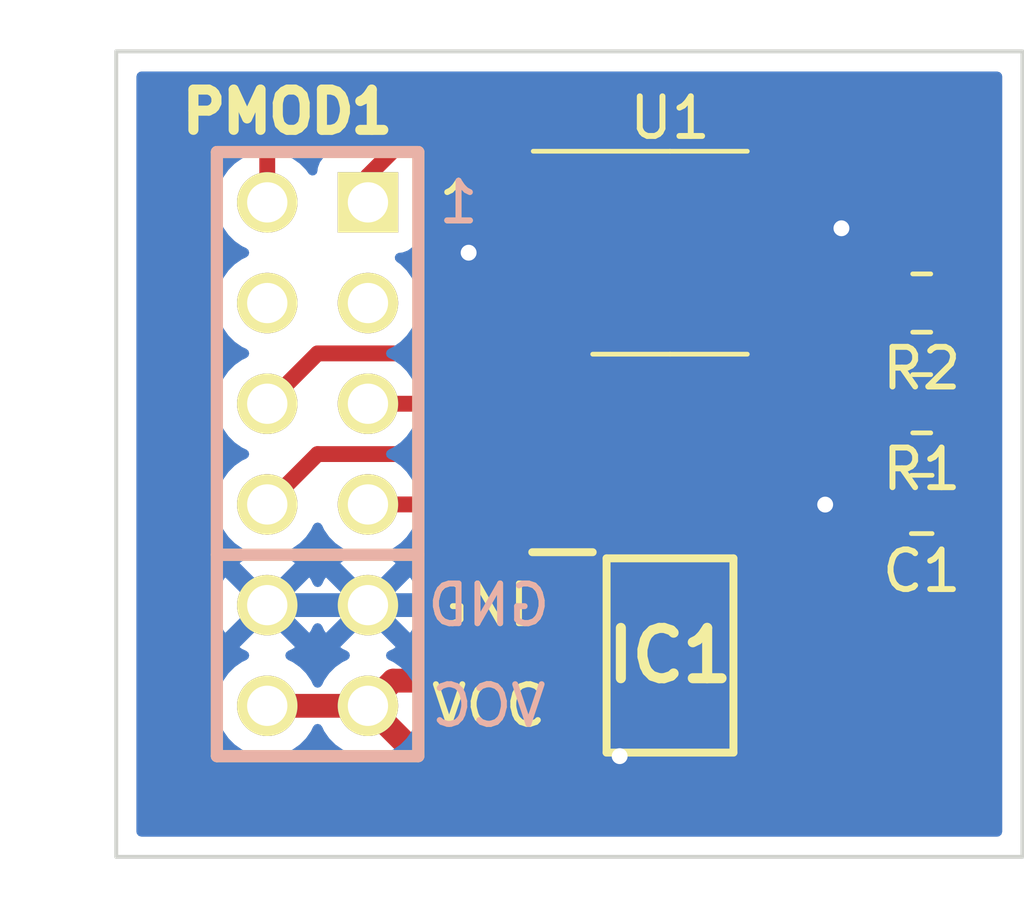
<source format=kicad_pcb>
(kicad_pcb (version 20211014) (generator pcbnew)
  (layers (0 "F.Cu" signal) (31 "B.Cu" signal) (34 "B.Paste" user) (35 "F.Paste" user) (36 "B.SilkS" user "B.Silkscreen") (37 "F.SilkS" user "F.Silkscreen") (38 "B.Mask" user) (39 "F.Mask" user) (44 "Edge.Cuts" user))
  (net 0 "")
  (net 4 "GND")
  (net 5 "+3V3")
  (net 6 "/~{CS}")
  (net 7 "/MISO")
  (net 8 "/MOSI")
  (net 9 "/SCLK")
  (net 10 "/SDA")
  (net 11 "/SCL")
  (footprint "pmod-conn_6x2:pmod_pin_array_6x2" (layer "F.Cu") (at 101.6 106.68)
    (fp_text reference "PMOD1" (at -0.762 -8.636) (layer "F.SilkS") (effects (font (size 1.016 1.016) (thickness 0.254))))
    (fp_text value "PMOD-Device-x2-Type-1A-GPIO" hide)
    (fp_text user "VCC" (at 4.318 6.35) (layer "B.SilkS") (effects (justify mirror)))
    (fp_text user "1" (at 3.556 -6.35) (layer "B.SilkS") (effects (justify mirror)))
    (fp_text user "GND" (at 4.318 3.81) (layer "B.SilkS") (effects (justify mirror)))
    (fp_text user "VCC" (at 4.318 6.35) (layer "F.SilkS"))
    (fp_text user "GND" (at 4.318 3.81) (layer "F.SilkS"))
    (fp_text user "1" (at 3.556 -6.35) (layer "F.SilkS"))
    (fp_line (start -2.54 -7.62) (end -2.54 7.62) (layer "B.SilkS") (width 0.3048))
    (fp_line (start 2.54 2.54) (end -2.54 2.54) (layer "B.SilkS") (width 0.3048))
    (fp_line (start 2.54 -7.62) (end -2.54 -7.62) (layer "B.SilkS") (width 0.3048))
    (fp_line (start -2.54 7.62) (end 2.54 7.62) (layer "B.SilkS") (width 0.3048))
    (fp_line (start 2.54 7.62) (end 2.54 -7.62) (layer "B.SilkS") (width 0.3048))
    (fp_line (start 2.54 7.62) (end 2.54 -7.62) (layer "F.SilkS") (width 0.3048))
    (fp_line (start -2.54 7.62) (end 2.54 7.62) (layer "F.SilkS") (width 0.3048))
    (fp_line (start -2.54 -7.62) (end -2.54 7.62) (layer "F.SilkS") (width 0.3048))
    (fp_line (start 2.54 2.54) (end -2.54 2.54) (layer "F.SilkS") (width 0.3048))
    (fp_line (start 2.54 -7.62) (end -2.54 -7.62) (layer "F.SilkS") (width 0.3048))
    (pad "1" thru_hole rect locked (at 1.27 -6.35) (size 1.524 1.524) (drill 1.016) (layers *.Cu *.Mask "F.SilkS") (net 10 "/SDA"))
    (pad "2" thru_hole circle locked (at 1.27 -3.81 270) (size 1.524 1.524) (drill 1.016) (layers *.Cu *.Mask "F.SilkS"))
    (pad "3" thru_hole circle locked (at 1.27 -1.27 270) (size 1.524 1.524) (drill 1.016) (layers *.Cu *.Mask "F.SilkS") (net 8 "/MOSI"))
    (pad "4" thru_hole circle locked (at 1.27 1.27 270) (size 1.524 1.524) (drill 1.016) (layers *.Cu *.Mask "F.SilkS") (net 7 "/MISO"))
    (pad "5" thru_hole circle locked (at 1.27 3.81 270) (size 1.524 1.524) (drill 1.016) (layers *.Cu *.Mask "F.SilkS") (net 4 "GND"))
    (pad "6" thru_hole circle locked (at 1.27 6.35 270) (size 1.524 1.524) (drill 1.016) (layers *.Cu *.Mask "F.SilkS") (net 5 "+3V3"))
    (pad "7" thru_hole circle locked (at -1.27 -6.35 270) (size 1.524 1.524) (drill 1.016) (layers *.Cu *.Mask "F.SilkS") (net 11 "/SCL"))
    (pad "8" thru_hole circle locked (at -1.27 -3.81 270) (size 1.524 1.524) (drill 1.016) (layers *.Cu *.Mask "F.SilkS"))
    (pad "9" thru_hole circle locked (at -1.27 -1.27 270) (size 1.524 1.524) (drill 1.016) (layers *.Cu *.Mask "F.SilkS") (net 9 "/SCLK"))
    (pad "10" thru_hole circle locked (at -1.27 1.27 270) (size 1.524 1.524) (drill 1.016) (layers *.Cu *.Mask "F.SilkS") (net 6 "/~{CS}"))
    (pad "11" thru_hole circle locked (at -1.27 3.81 270) (size 1.524 1.524) (drill 1.016) (layers *.Cu *.Mask "F.SilkS") (net 4 "GND"))
    (pad "12" thru_hole circle locked (at -1.27 6.35 270) (size 1.524 1.524) (drill 1.016) (layers *.Cu *.Mask "F.SilkS") (net 5 "+3V3"))
  )
  (footprint "Resistor_SMD:R_0805_2012Metric" (layer "F.Cu") (at 116.84 102.87 180)
    (fp_text reference "R2" (at 0 -1.65) (layer "F.SilkS"))
    (fp_text value "1K")
    (fp_line (start -0.227064 -0.735) (end 0.227064 -0.735) (layer "F.SilkS") (width 0.12))
    (fp_line (start -0.227064 0.735) (end 0.227064 0.735) (layer "F.SilkS") (width 0.12))
    (pad "1" smd roundrect (at -0.9125 0 180) (size 1.025 1.4) (layers "F.Cu" "F.Paste" "F.Mask") (roundrect_rratio 0.243902439) (net 5 "+3V3"))
    (pad "2" smd roundrect (at 0.9125 0 180) (size 1.025 1.4) (layers "F.Cu" "F.Paste" "F.Mask") (roundrect_rratio 0.243902439) (net 11 "/SCL"))
  )
  (footprint "Capacitor_SMD:C_0805_2012Metric" (layer "F.Cu") (at 116.84 107.95 180)
    (fp_text reference "C1" (at 0 -1.68) (layer "F.SilkS"))
    (fp_text value "C")
    (fp_line (start -0.261252 -0.735) (end 0.261252 -0.735) (layer "F.SilkS") (width 0.12))
    (fp_line (start -0.261252 0.735) (end 0.261252 0.735) (layer "F.SilkS") (width 0.12))
    (pad "1" smd roundrect (at -0.95 0 180) (size 1 1.45) (layers "F.Cu" "F.Paste" "F.Mask") (net 5 "+3V3"))
    (pad "2" smd roundrect (at 0.95 0 180) (size 1 1.45) (layers "F.Cu" "F.Paste" "F.Mask") (net 4 "GND"))
  )
  (footprint "Resistor_SMD:R_0805_2012Metric" (layer "F.Cu") (at 116.84 105.41 180)
    (fp_text reference "R1" (at 0 -1.65) (layer "F.SilkS"))
    (fp_text value "1K")
    (fp_line (start -0.227064 -0.735) (end 0.227064 -0.735) (layer "F.SilkS") (width 0.12))
    (fp_line (start -0.227064 0.735) (end 0.227064 0.735) (layer "F.SilkS") (width 0.12))
    (pad "1" smd roundrect (at -0.9125 0 180) (size 1.025 1.4) (layers "F.Cu" "F.Paste" "F.Mask") (roundrect_rratio 0.243902439) (net 5 "+3V3"))
    (pad "2" smd roundrect (at 0.9125 0 180) (size 1.025 1.4) (layers "F.Cu" "F.Paste" "F.Mask") (roundrect_rratio 0.243902439) (net 10 "/SDA"))
  )
  (footprint "Package_SO:SOIC-8_3.9x4.9mm_P1.27mm" (layer "F.Cu") (at 110.49 101.6)
    (fp_text reference "U1" (at 0 -3.4) (layer "F.SilkS"))
    (fp_text value "CAT24M01W")
    (fp_line (start 0 -2.56) (end 1.95 -2.56) (layer "F.SilkS") (width 0.12))
    (fp_line (start 0 -2.56) (end -3.45 -2.56) (layer "F.SilkS") (width 0.12))
    (fp_line (start 0 2.56) (end -1.95 2.56) (layer "F.SilkS") (width 0.12))
    (fp_line (start 0 2.56) (end 1.95 2.56) (layer "F.SilkS") (width 0.12))
    (pad "1" smd roundrect (at -2.475 -1.905) (size 1.95 0.6) (layers "F.Cu" "F.Paste" "F.Mask"))
    (pad "2" smd roundrect (at -2.475 -0.635) (size 1.95 0.6) (layers "F.Cu" "F.Paste" "F.Mask") (net 4 "GND"))
    (pad "3" smd roundrect (at -2.475 0.635) (size 1.95 0.6) (layers "F.Cu" "F.Paste" "F.Mask") (net 5 "+3V3"))
    (pad "4" smd roundrect (at -2.475 1.905) (size 1.95 0.6) (layers "F.Cu" "F.Paste" "F.Mask") (net 4 "GND"))
    (pad "5" smd roundrect (at 2.475 1.905) (size 1.95 0.6) (layers "F.Cu" "F.Paste" "F.Mask") (net 10 "/SDA"))
    (pad "6" smd roundrect (at 2.475 0.635) (size 1.95 0.6) (layers "F.Cu" "F.Paste" "F.Mask") (net 11 "/SCL"))
    (pad "7" smd roundrect (at 2.475 -0.635) (size 1.95 0.6) (layers "F.Cu" "F.Paste" "F.Mask") (net 4 "GND"))
    (pad "8" smd roundrect (at 2.475 -1.905) (size 1.95 0.6) (layers "F.Cu" "F.Paste" "F.Mask") (net 5 "+3V3"))
  )
  (footprint "SamacSys_Parts:SOIC127P600X175-8N" (layer "F.Cu") (at 110.49 111.76)
    (fp_text reference "IC1" (at 0 0) (layer "F.SilkS") (effects (font (size 1.27 1.27) (thickness 0.254))))
    (fp_text value "W25Q16JVSNIQ" hide)
    (fp_line (start -1.6 -2.45) (end 1.6 -2.45) (layer "F.SilkS") (width 0.2))
    (fp_line (start -1.6 2.45) (end -1.6 -2.45) (layer "F.SilkS") (width 0.2))
    (fp_line (start -3.475 -2.605) (end -1.95 -2.605) (layer "F.SilkS") (width 0.2))
    (fp_line (start 1.6 2.45) (end -1.6 2.45) (layer "F.SilkS") (width 0.2))
    (fp_line (start 1.6 -2.45) (end 1.6 2.45) (layer "F.SilkS") (width 0.2))
    (pad "1" smd rect (at -2.712 -1.905 90) (size 0.7 1.525) (layers "F.Cu" "F.Paste" "F.Mask") (net 6 "/~{CS}"))
    (pad "2" smd rect (at -2.712 -0.635 90) (size 0.7 1.525) (layers "F.Cu" "F.Paste" "F.Mask") (net 7 "/MISO"))
    (pad "3" smd rect (at -2.712 0.635 90) (size 0.7 1.525) (layers "F.Cu" "F.Paste" "F.Mask") (net 5 "+3V3"))
    (pad "4" smd rect (at -2.712 1.905 90) (size 0.7 1.525) (layers "F.Cu" "F.Paste" "F.Mask") (net 4 "GND"))
    (pad "5" smd rect (at 2.712 1.905 90) (size 0.7 1.525) (layers "F.Cu" "F.Paste" "F.Mask") (net 8 "/MOSI"))
    (pad "6" smd rect (at 2.712 0.635 90) (size 0.7 1.525) (layers "F.Cu" "F.Paste" "F.Mask") (net 9 "/SCLK"))
    (pad "7" smd rect (at 2.712 -0.635 90) (size 0.7 1.525) (layers "F.Cu" "F.Paste" "F.Mask") (net 5 "+3V3"))
    (pad "8" smd rect (at 2.712 -1.905 90) (size 0.7 1.525) (layers "F.Cu" "F.Paste" "F.Mask") (net 5 "+3V3"))
  )
  (gr_rect (start 96.52 96.52) (end 119.38 116.84) (layer "Edge.Cuts") (width 0.1) (fill none))
  (segment (start 107.778 113.665) (end 108.585 113.665) (width 0.6) (layer "F.Cu") (net 4))
  (segment (start 106.045 100.965) (end 108.015 100.965) (width 0.4) (layer "F.Cu") (net 4))
  (segment (start 114.795685 100.965) (end 112.965 100.965) (width 0.6) (layer "F.Cu") (net 4))
  (segment (start 105.41 102.87) (end 106.045 103.505) (width 0.4) (layer "F.Cu") (net 4))
  (segment (start 105.41 101.6) (end 106.045 100.965) (width 0.4) (layer "F.Cu") (net 4))
  (segment (start 108.585 113.665) (end 109.22 114.3) (width 0.6) (layer "F.Cu") (net 4))
  (segment (start 106.045 103.505) (end 108.015 103.505) (width 0.4) (layer "F.Cu") (net 4))
  (segment (start 114.814398 100.983713) (end 114.795685 100.965) (width 0.6) (layer "F.Cu") (net 4))
  (segment (start 115.89 107.95) (end 114.408616 107.95) (width 0.6) (layer "F.Cu") (net 4))
  (segment (start 105.41 101.6) (end 105.41 102.87) (width 0.4) (layer "F.Cu") (net 4))
  (segment (start 114.408616 107.95) (end 114.404366 107.95425) (width 0.6) (layer "F.Cu") (net 4))
  (via (at 109.22 114.3) (size 0.8) (drill 0.4) (layers "F.Cu" "B.Cu") (net 4))
  (via (at 105.41 101.6) (size 0.8) (drill 0.4) (layers "F.Cu" "B.Cu") (net 4))
  (via (at 114.814398 100.983713) (size 0.8) (drill 0.4) (layers "F.Cu" "B.Cu") (net 4))
  (via (at 114.404366 107.95425) (size 0.8) (drill 0.4) (layers "F.Cu" "B.Cu") (net 4))
  (segment (start 100.33 110.49) (end 102.87 110.49) (width 0.6) (layer "B.Cu") (net 4))
  (segment (start 109.836287 100.983713) (end 105.41 105.41) (width 0.6) (layer "B.Cu") (net 4))
  (segment (start 102.87 110.49) (end 105.41 110.49) (width 0.6) (layer "B.Cu") (net 4))
  (segment (start 114.814398 100.983713) (end 109.836287 100.983713) (width 0.6) (layer "B.Cu") (net 4))
  (segment (start 105.41 105.41) (end 105.41 101.6) (width 0.6) (layer "B.Cu") (net 4))
  (segment (start 110.48575 107.95425) (end 106.68 111.76) (width 0.6) (layer "B.Cu") (net 4))
  (segment (start 114.404366 107.95425) (end 110.48575 107.95425) (width 0.6) (layer "B.Cu") (net 4))
  (segment (start 105.41 110.49) (end 105.41 105.41) (width 0.6) (layer "B.Cu") (net 4))
  (segment (start 105.41 110.49) (end 106.68 111.76) (width 0.6) (layer "B.Cu") (net 4))
  (segment (start 106.68 111.76) (end 109.22 114.3) (width 0.6) (layer "B.Cu") (net 4))
  (segment (start 117.475 111.125) (end 113.202 111.125) (width 0.6) (layer "F.Cu") (net 5))
  (segment (start 115.57 115.57) (end 117.7525 113.3875) (width 0.6) (layer "F.Cu") (net 5))
  (segment (start 102.87 113.03) (end 105.41 115.57) (width 0.6) (layer "F.Cu") (net 5))
  (segment (start 116.698972 99.695) (end 117.738101 100.734129) (width 0.6) (layer "F.Cu") (net 5))
  (segment (start 117.7525 107.9875) (end 117.79 107.95) (width 0.6) (layer "F.Cu") (net 5))
  (segment (start 105.41 115.57) (end 115.57 115.57) (width 0.6) (layer "F.Cu") (net 5))
  (segment (start 103.505 112.395) (end 107.778 112.395) (width 0.6) (layer "F.Cu") (net 5))
  (segment (start 113.217601 106.106096) (end 113.217601 109.839399) (width 0.4) (layer "F.Cu") (net 5))
  (segment (start 109.346505 102.235) (end 113.217601 106.106096) (width 0.4) (layer "F.Cu") (net 5))
  (segment (start 117.7525 110.8475) (end 117.7525 107.9875) (width 0.6) (layer "F.Cu") (net 5))
  (segment (start 117.7525 105.41) (end 117.7525 102.87) (width 0.6) (layer "F.Cu") (net 5))
  (segment (start 113.217601 109.839399) (end 113.202 109.855) (width 0.4) (layer "F.Cu") (net 5))
  (segment (start 113.202 111.125) (end 113.202 109.855) (width 0.6) (layer "F.Cu") (net 5))
  (segment (start 108.015 102.235) (end 109.346505 102.235) (width 0.4) (layer "F.Cu") (net 5))
  (segment (start 117.7525 113.3875) (end 117.7525 110.8475) (width 0.6) (layer "F.Cu") (net 5))
  (segment (start 117.738101 102.855601) (end 117.7525 102.87) (width 0.6) (layer "F.Cu") (net 5))
  (segment (start 102.87 113.03) (end 103.505 112.395) (width 0.6) (layer "F.Cu") (net 5))
  (segment (start 117.738101 100.734129) (end 117.738101 102.855601) (width 0.6) (layer "F.Cu") (net 5))
  (segment (start 117.79 107.95) (end 117.79 105.4475) (width 0.6) (layer "F.Cu") (net 5))
  (segment (start 117.79 105.4475) (end 117.7525 105.41) (width 0.6) (layer "F.Cu") (net 5))
  (segment (start 112.965 99.695) (end 116.698972 99.695) (width 0.6) (layer "F.Cu") (net 5))
  (segment (start 100.33 113.03) (end 102.87 113.03) (width 0.6) (layer "F.Cu") (net 5))
  (segment (start 117.7525 110.8475) (end 117.475 111.125) (width 0.6) (layer "F.Cu") (net 5))
  (segment (start 107.778 109.855) (end 107.315 109.855) (width 0.4) (layer "F.Cu") (net 6))
  (segment (start 107.315 109.855) (end 104.14 106.68) (width 0.4) (layer "F.Cu") (net 6))
  (segment (start 104.14 106.68) (end 101.6 106.68) (width 0.4) (layer "F.Cu") (net 6))
  (segment (start 101.6 106.68) (end 100.33 107.95) (width 0.4) (layer "F.Cu") (net 6))
  (segment (start 106.045 111.125) (end 105.41 110.49) (width 0.4) (layer "F.Cu") (net 7))
  (segment (start 102.87 107.95) (end 104.14 107.95) (width 0.4) (layer "F.Cu") (net 7))
  (segment (start 105.41 110.49) (end 105.41 109.22) (width 0.4) (layer "F.Cu") (net 7))
  (segment (start 107.778 111.125) (end 106.045 111.125) (width 0.4) (layer "F.Cu") (net 7))
  (segment (start 104.14 107.95) (end 105.41 109.22) (width 0.4) (layer "F.Cu") (net 7))
  (segment (start 111.116874 113.665) (end 113.202 113.665) (width 0.4) (layer "F.Cu") (net 8))
  (segment (start 108.246591 107.300536) (end 109.227102 108.281047) (width 0.4) (layer "F.Cu") (net 8))
  (segment (start 109.227102 108.281047) (end 109.227102 111.775228) (width 0.4) (layer "F.Cu") (net 8))
  (segment (start 102.87 105.41) (end 104.341553 105.41) (width 0.4) (layer "F.Cu") (net 8))
  (segment (start 104.341553 105.41) (end 106.232089 107.300536) (width 0.4) (layer "F.Cu") (net 8))
  (segment (start 106.232089 107.300536) (end 108.246591 107.300536) (width 0.4) (layer "F.Cu") (net 8))
  (segment (start 109.227102 111.775228) (end 111.116874 113.665) (width 0.4) (layer "F.Cu") (net 8))
  (segment (start 104.35513 104.14) (end 106.606466 106.391336) (width 0.4) (layer "F.Cu") (net 9))
  (segment (start 100.33 105.41) (end 101.6 104.14) (width 0.4) (layer "F.Cu") (net 9))
  (segment (start 111.433517 112.395) (end 110.064993 111.026476) (width 0.4) (layer "F.Cu") (net 9))
  (segment (start 110.064993 107.960152) (end 110.064993 111.026476) (width 0.4) (layer "F.Cu") (net 9))
  (segment (start 113.202 112.395) (end 111.433517 112.395) (width 0.4) (layer "F.Cu") (net 9))
  (segment (start 106.606466 106.391336) (end 108.496177 106.391336) (width 0.4) (layer "F.Cu") (net 9))
  (segment (start 101.6 104.14) (end 104.35513 104.14) (width 0.4) (layer "F.Cu") (net 9))
  (segment (start 108.496177 106.391336) (end 110.064993 107.960152) (width 0.4) (layer "F.Cu") (net 9))
  (segment (start 110.49 99.131943) (end 109.747577 98.38952) (width 0.4) (layer "F.Cu") (net 10))
  (segment (start 112.965 103.505) (end 114.0225 103.505) (width 0.4) (layer "F.Cu") (net 10))
  (segment (start 110.49 101.512138) (end 110.49 99.131943) (width 0.4) (layer "F.Cu") (net 10))
  (segment (start 104.14 98.38952) (end 102.87 99.65952) (width 0.4) (layer "F.Cu") (net 10))
  (segment (start 112.482862 103.505) (end 110.49 101.512138) (width 0.4) (layer "F.Cu") (net 10))
  (segment (start 109.747577 98.38952) (end 104.14 98.38952) (width 0.4) (layer "F.Cu") (net 10))
  (segment (start 114.0225 103.505) (end 115.9275 105.41) (width 0.4) (layer "F.Cu") (net 10))
  (segment (start 102.87 99.65952) (end 102.87 100.33) (width 0.4) (layer "F.Cu") (net 10))
  (segment (start 112.965 103.505) (end 112.482862 103.505) (width 0.4) (layer "F.Cu") (net 10))
  (segment (start 112.965 103.505) (end 112.341441 103.505) (width 0.6) (layer "F.Cu") (net 10))
  (segment (start 111.193771 101.033771) (end 112.395 102.235) (width 0.4) (layer "F.Cu") (net 11))
  (segment (start 112.965 102.235) (end 112.341441 102.235) (width 0.6) (layer "F.Cu") (net 11))
  (segment (start 111.193771 98.987864) (end 111.193771 101.033771) (width 0.4) (layer "F.Cu") (net 11))
  (segment (start 100.33 99.06) (end 101.6 97.79) (width 0.4) (layer "F.Cu") (net 11))
  (segment (start 109.995907 97.79) (end 111.193771 98.987864) (width 0.4) (layer "F.Cu") (net 11))
  (segment (start 115.2925 102.235) (end 112.965 102.235) (width 0.4) (layer "F.Cu") (net 11))
  (segment (start 112.395 102.235) (end 112.965 102.235) (width 0.4) (layer "F.Cu") (net 11))
  (segment (start 115.2925 102.235) (end 115.9275 102.87) (width 0.4) (layer "F.Cu") (net 11))
  (segment (start 101.6 97.79) (end 109.995907 97.79) (width 0.4) (layer "F.Cu") (net 11))
  (segment (start 100.33 100.33) (end 100.33 99.06) (width 0.4) (layer "F.Cu") (net 11))
  (zone (net 4) (net_name "GND") (layer "B.Cu") (connect_pads (clearance 0.508)) (min_thickness 0.254) (fill yes (thermal_gap 0.508) (thermal_bridge_width 0.508))
    (polygon (pts (xy 119.001267 116.387534) (xy 96.974934 116.387534) (xy 96.974934 96.892733) (xy 119.001267 96.892733)))
  )
)
</source>
